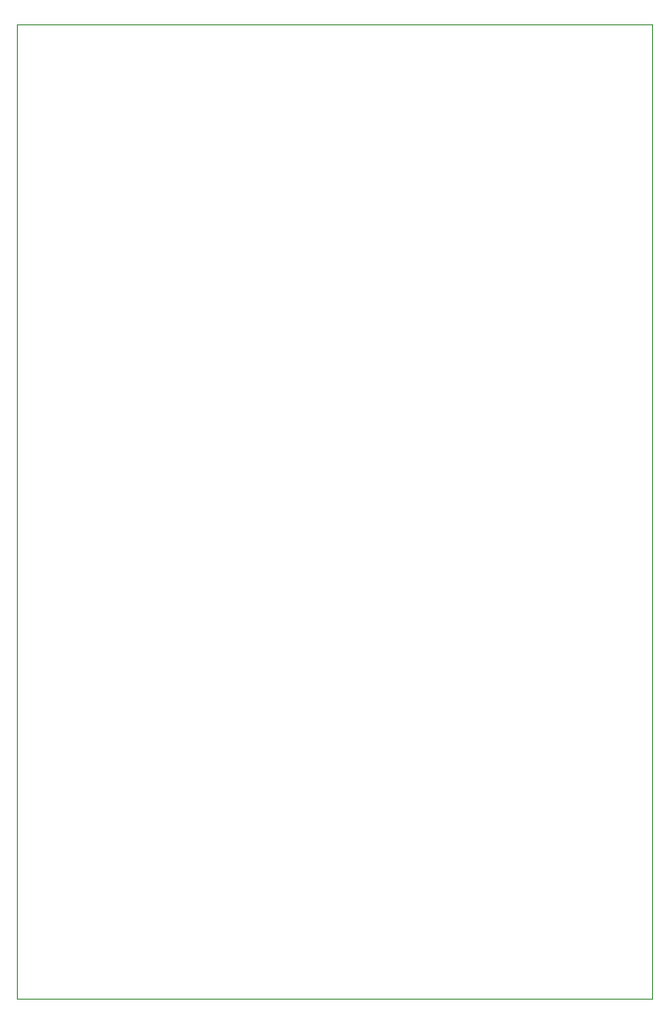
<source format=gbr>
%TF.GenerationSoftware,KiCad,Pcbnew,7.0.7*%
%TF.CreationDate,2024-05-20T18:32:26-04:00*%
%TF.ProjectId,LVPD-board_Payload,4c565044-2d62-46f6-9172-645f5061796c,rev?*%
%TF.SameCoordinates,Original*%
%TF.FileFunction,Profile,NP*%
%FSLAX46Y46*%
G04 Gerber Fmt 4.6, Leading zero omitted, Abs format (unit mm)*
G04 Created by KiCad (PCBNEW 7.0.7) date 2024-05-20 18:32:26*
%MOMM*%
%LPD*%
G01*
G04 APERTURE LIST*
%TA.AperFunction,Profile*%
%ADD10C,0.100000*%
%TD*%
G04 APERTURE END LIST*
D10*
X77600000Y-71500000D02*
X135000000Y-71500000D01*
X135000000Y-159500000D01*
X77600000Y-159500000D01*
X77600000Y-71500000D01*
M02*

</source>
